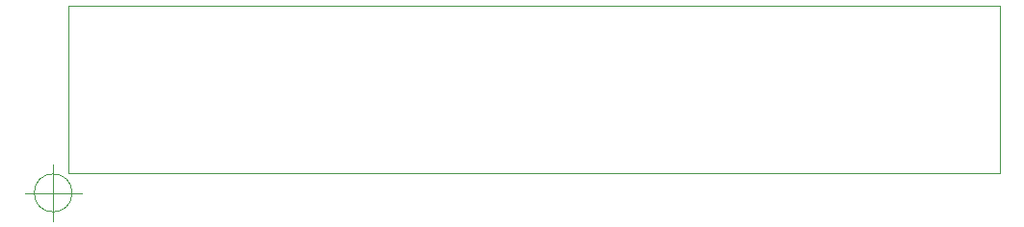
<source format=gbr>
%TF.GenerationSoftware,KiCad,Pcbnew,(5.1.8)-1*%
%TF.CreationDate,2021-10-07T20:49:06+08:00*%
%TF.ProjectId,Amplifier,416d706c-6966-4696-9572-2e6b69636164,rev?*%
%TF.SameCoordinates,Original*%
%TF.FileFunction,Profile,NP*%
%FSLAX46Y46*%
G04 Gerber Fmt 4.6, Leading zero omitted, Abs format (unit mm)*
G04 Created by KiCad (PCBNEW (5.1.8)-1) date 2021-10-07 20:49:06*
%MOMM*%
%LPD*%
G01*
G04 APERTURE LIST*
%TA.AperFunction,Profile*%
%ADD10C,0.050000*%
%TD*%
G04 APERTURE END LIST*
D10*
X68666666Y-108600000D02*
G75*
G03*
X68666666Y-108600000I-1666666J0D01*
G01*
X64500000Y-108600000D02*
X69500000Y-108600000D01*
X67000000Y-106100000D02*
X67000000Y-111100000D01*
X68300000Y-106900000D02*
X68300000Y-92100000D01*
X150200000Y-106900000D02*
X68300000Y-106900000D01*
X150200000Y-92100000D02*
X68300000Y-92100000D01*
X150200000Y-106900000D02*
X150200000Y-92100000D01*
M02*

</source>
